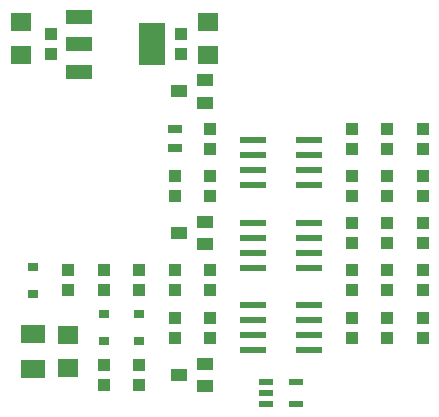
<source format=gbr>
G04 EAGLE Gerber RS-274X export*
G75*
%MOMM*%
%FSLAX34Y34*%
%LPD*%
%INSolderpaste Top*%
%IPPOS*%
%AMOC8*
5,1,8,0,0,1.08239X$1,22.5*%
G01*
%ADD10R,2.184400X0.558800*%
%ADD11R,1.100000X1.000000*%
%ADD12R,1.000000X1.100000*%
%ADD13R,1.800000X1.600000*%
%ADD14R,2.235200X1.219200*%
%ADD15R,2.200000X3.600000*%
%ADD16R,1.270000X0.558800*%
%ADD17R,0.900000X0.800000*%
%ADD18R,1.200000X0.800000*%
%ADD19R,1.400000X1.000000*%
%ADD20R,2.000000X1.500000*%


D10*
X276378Y239050D03*
X276378Y226350D03*
X276378Y213650D03*
X276378Y200950D03*
X323622Y200950D03*
X323622Y213650D03*
X323622Y226350D03*
X323622Y239050D03*
D11*
X360000Y208500D03*
X360000Y191500D03*
X390000Y191500D03*
X390000Y208500D03*
D12*
X360000Y231500D03*
X360000Y248500D03*
D11*
X390000Y248500D03*
X390000Y231500D03*
D10*
X276378Y169050D03*
X276378Y156350D03*
X276378Y143650D03*
X276378Y130950D03*
X323622Y130950D03*
X323622Y143650D03*
X323622Y156350D03*
X323622Y169050D03*
D11*
X360000Y128500D03*
X360000Y111500D03*
X390000Y111500D03*
X390000Y128500D03*
D12*
X360000Y151500D03*
X360000Y168500D03*
D11*
X390000Y168500D03*
X390000Y151500D03*
X180000Y128500D03*
X180000Y111500D03*
X150000Y128500D03*
X150000Y111500D03*
D12*
X105000Y311500D03*
X105000Y328500D03*
D13*
X238000Y311000D03*
X238000Y339000D03*
D12*
X215000Y328500D03*
X215000Y311500D03*
D13*
X80000Y311000D03*
X80000Y339000D03*
D14*
X129012Y343114D03*
X129012Y320000D03*
X129012Y296886D03*
D15*
X190990Y320000D03*
D16*
X287046Y34398D03*
X287046Y25000D03*
X287046Y15602D03*
X312954Y15602D03*
X312954Y34398D03*
D11*
X420000Y191500D03*
X420000Y208500D03*
X420000Y248500D03*
X420000Y231500D03*
D17*
X150000Y68500D03*
X150000Y91500D03*
X90000Y108500D03*
X90000Y131500D03*
X180000Y68500D03*
X180000Y91500D03*
D18*
X210000Y232000D03*
X210000Y248000D03*
D19*
X236000Y270500D03*
X236000Y289500D03*
X214000Y280000D03*
D10*
X276378Y99050D03*
X276378Y86350D03*
X276378Y73650D03*
X276378Y60950D03*
X323622Y60950D03*
X323622Y73650D03*
X323622Y86350D03*
X323622Y99050D03*
D13*
X120000Y74000D03*
X120000Y46000D03*
D11*
X390000Y88500D03*
X390000Y71500D03*
X240000Y71500D03*
X240000Y88500D03*
X420000Y111500D03*
X420000Y128500D03*
X420000Y71500D03*
X420000Y88500D03*
X210000Y88500D03*
X210000Y71500D03*
X420000Y151500D03*
X420000Y168500D03*
X210000Y208500D03*
X210000Y191500D03*
D20*
X90000Y45000D03*
X90000Y75000D03*
D11*
X240000Y128500D03*
X240000Y111500D03*
X240000Y248500D03*
X240000Y231500D03*
D19*
X236000Y150500D03*
X236000Y169500D03*
X214000Y160000D03*
D12*
X360000Y71500D03*
X360000Y88500D03*
D11*
X240000Y208500D03*
X240000Y191500D03*
X120000Y111500D03*
X120000Y128500D03*
X210000Y111500D03*
X210000Y128500D03*
D19*
X236000Y30500D03*
X236000Y49500D03*
X214000Y40000D03*
D12*
X150000Y48500D03*
X150000Y31500D03*
D11*
X180000Y48500D03*
X180000Y31500D03*
M02*

</source>
